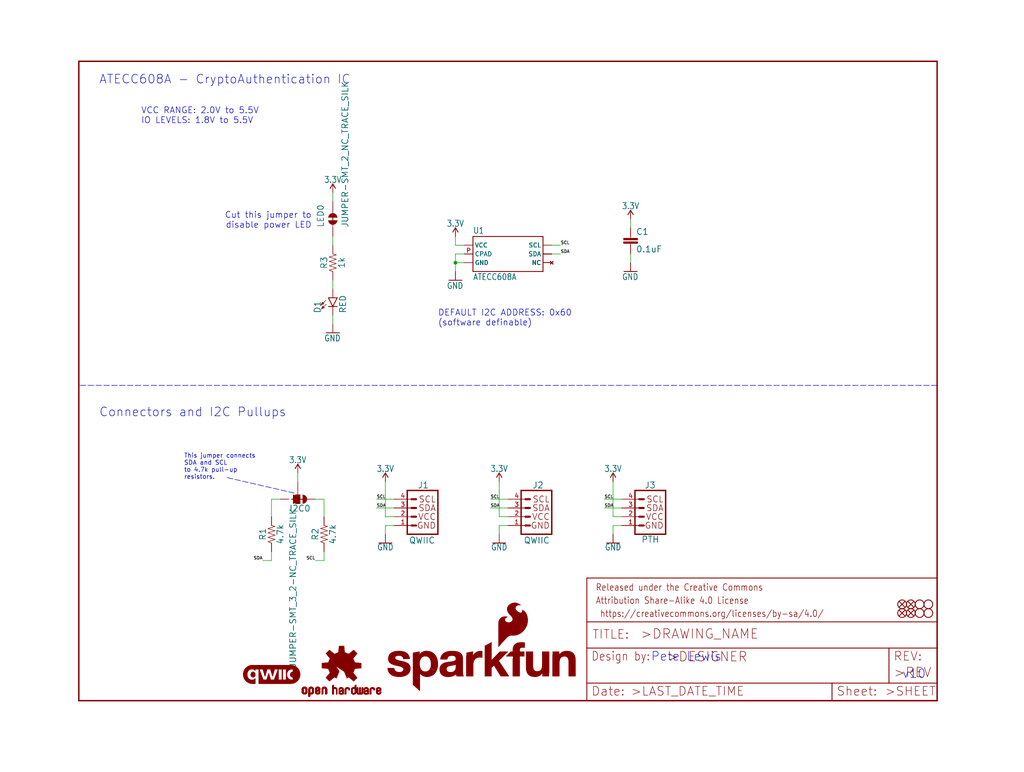
<source format=kicad_sch>
(kicad_sch (version 20211123) (generator eeschema)
  (paper "User" 297.002 223.926)
  (lib_symbols
    (symbol "schematicEagle-eagle-import:0.1UF-0603-25V-(+80{slash}-20%)"
      (property "Reference" "C" (at 1.524 2.921 0))
      (property "Value" "0.1UF-0603-25V-(+80{slash}-20%)" (at 1.524 -2.159 0))
      (symbol "0.1UF-0603-25V-(+80{slash}-20%)_1_0"
        (pin passive line (at 0 5.08 270) (length 2.54) (name "1") (number "1"))
        (pin passive line (at 0 -2.54 90) (length 2.54) (name "2") (number "2"))
      )
    )
    (symbol "schematicEagle-eagle-import:1KOHM-0603-1{slash}10W-1%"
      (property "Reference" "R" (at 0 1.524 0))
      (property "Value" "1KOHM-0603-1{slash}10W-1%" (at 0 -1.524 0))
      (symbol "1KOHM-0603-1{slash}10W-1%_1_0"
        (pin passive line (at -5.08 0 0) (length 2.54) (name "1") (number "1"))
        (pin passive line (at 5.08 0 180) (length 2.54) (name "2") (number "2"))
      )
    )
    (symbol "schematicEagle-eagle-import:3.3V" (power)
      (property "Value" "3.3V" (at 0 2.794 0))
      (symbol "3.3V_1_0"
        (pin power_in line (at 0 0 90) (length 2.54) (name "3.3V") (number "1"))
      )
    )
    (symbol "schematicEagle-eagle-import:4.7KOHM-0603-1{slash}10W-1%"
      (property "Reference" "R" (at 0 1.524 0))
      (property "Value" "4.7KOHM-0603-1{slash}10W-1%" (at 0 -1.524 0))
      (symbol "4.7KOHM-0603-1{slash}10W-1%_1_0"
        (pin passive line (at -5.08 0 0) (length 2.54) (name "1") (number "1"))
        (pin passive line (at 5.08 0 180) (length 2.54) (name "2") (number "2"))
      )
    )
    (symbol "schematicEagle-eagle-import:ATECC608ADUAL_PACKAGE_UDFN_SOIC-8"
      (property "Reference" "ECC" (at -10.16 5.842 0))
      (property "Value" "ATECC608ADUAL_PACKAGE_UDFN_SOIC-8" (at -10.16 -7.62 0))
      (symbol "ATECC608ADUAL_PACKAGE_UDFN_SOIC-8_1_0"
        (pin no_connect line (at 12.7 -2.54 180) (length 2.54) (name "NC") (number "1"))
        (pin no_connect line (at 12.7 -2.54 180) (length 2.54) (name "NC") (number "1S"))
        (pin no_connect line (at 12.7 -2.54 180) (length 2.54) (name "NC") (number "2"))
        (pin no_connect line (at 12.7 -2.54 180) (length 2.54) (name "NC") (number "2S"))
        (pin no_connect line (at 12.7 -2.54 180) (length 2.54) (name "NC") (number "3"))
        (pin no_connect line (at 12.7 -2.54 180) (length 2.54) (name "NC") (number "3S"))
        (pin power_in line (at -12.7 -2.54 0) (length 2.54) (name "GND") (number "4"))
        (pin power_in line (at -12.7 -2.54 0) (length 2.54) (name "GND") (number "4S"))
        (pin bidirectional line (at 12.7 0 180) (length 2.54) (name "SDA") (number "5"))
        (pin bidirectional line (at 12.7 0 180) (length 2.54) (name "SDA") (number "5S"))
        (pin bidirectional line (at 12.7 2.54 180) (length 2.54) (name "SCL") (number "6"))
        (pin bidirectional line (at 12.7 2.54 180) (length 2.54) (name "SCL") (number "6S"))
        (pin no_connect line (at 12.7 -2.54 180) (length 2.54) (name "NC") (number "7"))
        (pin no_connect line (at 12.7 -2.54 180) (length 2.54) (name "NC") (number "7S"))
        (pin power_in line (at -12.7 2.54 0) (length 2.54) (name "VCC") (number "8"))
        (pin power_in line (at -12.7 2.54 0) (length 2.54) (name "VCC") (number "8S"))
        (pin power_in line (at -12.7 0 0) (length 2.54) (name "CPAD") (number "P"))
      )
    )
    (symbol "schematicEagle-eagle-import:FIDUCIAL1X2")
    (symbol "schematicEagle-eagle-import:FRAME-LETTER"
      (symbol "FRAME-LETTER_2_0"
        (text " https://creativecommons.org/licenses/by-sa/4.0/" (at 2.54 24.13 0) (effects (font (size 1.9304 1.6408)) (justify left bottom)))
        (text ">DESIGNER" (at 23.114 11.176 0) (effects (font (size 2.7432 2.7432)) (justify left bottom)))
        (text ">DRAWING_NAME" (at 15.494 17.78 0) (effects (font (size 2.7432 2.7432)) (justify left bottom)))
        (text ">LAST_DATE_TIME" (at 12.7 1.27 0) (effects (font (size 2.54 2.54)) (justify left bottom)))
        (text ">REV" (at 88.9 6.604 0) (effects (font (size 2.7432 2.7432)) (justify left bottom)))
        (text ">SHEET" (at 86.36 1.27 0) (effects (font (size 2.54 2.54)) (justify left bottom)))
        (text "Attribution Share-Alike 4.0 License" (at 2.54 27.94 0) (effects (font (size 1.9304 1.6408)) (justify left bottom)))
        (text "Date:" (at 1.27 1.27 0) (effects (font (size 2.54 2.54)) (justify left bottom)))
        (text "Design by:" (at 1.27 11.43 0) (effects (font (size 2.54 2.159)) (justify left bottom)))
        (text "Released under the Creative Commons" (at 2.54 31.75 0) (effects (font (size 1.9304 1.6408)) (justify left bottom)))
        (text "REV:" (at 88.9 11.43 0) (effects (font (size 2.54 2.54)) (justify left bottom)))
        (text "Sheet:" (at 72.39 1.27 0) (effects (font (size 2.54 2.54)) (justify left bottom)))
        (text "TITLE:" (at 1.524 17.78 0) (effects (font (size 2.54 2.54)) (justify left bottom)))
      )
    )
    (symbol "schematicEagle-eagle-import:GND" (power)
      (property "Value" "GND" (at 0 -0.254 0))
      (symbol "GND_1_0"
        (pin power_in line (at 0 2.54 270) (length 2.54) (name "GND") (number "1"))
      )
    )
    (symbol "schematicEagle-eagle-import:I2C_STANDARDQWIIC"
      (property "Reference" "J" (at -5.08 7.874 0))
      (property "Value" "I2C_STANDARDQWIIC" (at -5.08 -5.334 0))
      (symbol "I2C_STANDARDQWIIC_1_0"
        (text "GND" (at -4.572 -2.54 0) (effects (font (size 1.778 1.778)) (justify left)))
        (text "SCL" (at -4.572 5.08 0) (effects (font (size 1.778 1.778)) (justify left)))
        (text "SDA" (at -4.572 2.54 0) (effects (font (size 1.778 1.778)) (justify left)))
        (text "VCC" (at -4.572 0 0) (effects (font (size 1.778 1.778)) (justify left)))
        (pin power_in line (at 7.62 -2.54 180) (length 5.08) (name "1") (number "1"))
        (pin power_in line (at 7.62 0 180) (length 5.08) (name "2") (number "2"))
        (pin passive line (at 7.62 2.54 180) (length 5.08) (name "3") (number "3"))
        (pin passive line (at 7.62 5.08 180) (length 5.08) (name "4") (number "4"))
      )
    )
    (symbol "schematicEagle-eagle-import:I2C_STANDARD_NO_SILK"
      (property "Reference" "J" (at -5.08 7.874 0))
      (property "Value" "I2C_STANDARD_NO_SILK" (at -5.08 -5.334 0))
      (symbol "I2C_STANDARD_NO_SILK_1_0"
        (text "GND" (at -4.572 -2.54 0) (effects (font (size 1.778 1.778)) (justify left)))
        (text "SCL" (at -4.572 5.08 0) (effects (font (size 1.778 1.778)) (justify left)))
        (text "SDA" (at -4.572 2.54 0) (effects (font (size 1.778 1.778)) (justify left)))
        (text "VCC" (at -4.572 0 0) (effects (font (size 1.778 1.778)) (justify left)))
        (pin power_in line (at 7.62 -2.54 180) (length 5.08) (name "1") (number "1"))
        (pin power_in line (at 7.62 0 180) (length 5.08) (name "2") (number "2"))
        (pin passive line (at 7.62 2.54 180) (length 5.08) (name "3") (number "3"))
        (pin passive line (at 7.62 5.08 180) (length 5.08) (name "4") (number "4"))
      )
    )
    (symbol "schematicEagle-eagle-import:JUMPER-SMT_2_NC_TRACE_SILK"
      (property "Reference" "JP" (at -2.54 2.54 0))
      (property "Value" "JUMPER-SMT_2_NC_TRACE_SILK" (at -2.54 -2.54 0))
      (symbol "JUMPER-SMT_2_NC_TRACE_SILK_1_0"
        (pin passive line (at -5.08 0 0) (length 2.54) (name "1") (number "1"))
        (pin passive line (at 5.08 0 180) (length 2.54) (name "2") (number "2"))
      )
    )
    (symbol "schematicEagle-eagle-import:JUMPER-SMT_3_2-NC_TRACE_SILK"
      (property "Reference" "JP" (at 2.54 0.381 0))
      (property "Value" "JUMPER-SMT_3_2-NC_TRACE_SILK" (at 2.54 -0.381 0))
      (symbol "JUMPER-SMT_3_2-NC_TRACE_SILK_1_0"
        (pin passive line (at 0 5.08 270) (length 2.54) (name "1") (number "1"))
        (pin passive line (at -5.08 0 0) (length 2.54) (name "2") (number "2"))
        (pin passive line (at 0 -5.08 90) (length 2.54) (name "3") (number "3"))
      )
    )
    (symbol "schematicEagle-eagle-import:LED-RED0603"
      (property "Reference" "D" (at -3.429 -4.572 90))
      (property "Value" "LED-RED0603" (at 1.905 -4.572 90))
      (symbol "LED-RED0603_1_0"
        (pin passive line (at 0 2.54 270) (length 2.54) (name "A") (number "A"))
        (pin passive line (at 0 -5.08 90) (length 2.54) (name "C") (number "C"))
      )
    )
    (symbol "schematicEagle-eagle-import:OSHW-LOGOS")
    (symbol "schematicEagle-eagle-import:QWIIC_LOGO_4MM")
    (symbol "schematicEagle-eagle-import:SFE_LOGO_NAME_FLAME.1_INCH")
    (symbol "schematicEagle-eagle-import:STAND-OFF")
  )
  (junction (at 132.08 76.2))
  (wire (pts (xy 147.32 147.32) (xy 142.24 147.32)))
  (polyline (pts (xy 85.344 143.002) (xy 65.532 138.43)))
  (wire (pts (xy 93.98 144.78) (xy 91.44 144.78)))
  (wire (pts (xy 96.52 55.88) (xy 96.52 58.42)))
  (wire (pts (xy 93.98 149.86) (xy 93.98 144.78)))
  (wire (pts (xy 134.62 71.12) (xy 132.08 71.12)))
  (wire (pts (xy 78.74 144.78) (xy 81.28 144.78)))
  (wire (pts (xy 160.02 73.66) (xy 162.56 73.66)))
  (wire (pts (xy 144.78 152.4) (xy 144.78 154.94)))
  (wire (pts (xy 177.8 152.4) (xy 177.8 154.94)))
  (wire (pts (xy 111.76 152.4) (xy 111.76 154.94)))
  (wire (pts (xy 180.34 149.86) (xy 177.8 149.86)))
  (wire (pts (xy 114.3 147.32) (xy 109.22 147.32)))
  (wire (pts (xy 96.52 91.44) (xy 96.52 93.98)))
  (wire (pts (xy 180.34 144.78) (xy 175.26 144.78)))
  (wire (pts (xy 160.02 71.12) (xy 162.56 71.12)))
  (wire (pts (xy 114.3 144.78) (xy 109.22 144.78)))
  (wire (pts (xy 144.78 149.86) (xy 144.78 139.7)))
  (wire (pts (xy 86.36 137.16) (xy 86.36 139.7)))
  (wire (pts (xy 177.8 149.86) (xy 177.8 139.7)))
  (wire (pts (xy 180.34 152.4) (xy 177.8 152.4)))
  (wire (pts (xy 76.2 162.56) (xy 78.74 162.56)))
  (wire (pts (xy 111.76 149.86) (xy 111.76 139.7)))
  (wire (pts (xy 114.3 152.4) (xy 111.76 152.4)))
  (wire (pts (xy 93.98 162.56) (xy 91.44 162.56)))
  (wire (pts (xy 132.08 76.2) (xy 132.08 78.74)))
  (wire (pts (xy 182.88 76.2) (xy 182.88 73.66)))
  (wire (pts (xy 147.32 152.4) (xy 144.78 152.4)))
  (polyline (pts (xy 271.78 111.76) (xy 22.86 111.76)))
  (wire (pts (xy 134.62 76.2) (xy 132.08 76.2)))
  (wire (pts (xy 147.32 149.86) (xy 144.78 149.86)))
  (wire (pts (xy 96.52 68.58) (xy 96.52 71.12)))
  (wire (pts (xy 78.74 149.86) (xy 78.74 144.78)))
  (wire (pts (xy 132.08 73.66) (xy 132.08 76.2)))
  (wire (pts (xy 132.08 71.12) (xy 132.08 68.58)))
  (wire (pts (xy 147.32 144.78) (xy 142.24 144.78)))
  (wire (pts (xy 180.34 147.32) (xy 175.26 147.32)))
  (wire (pts (xy 134.62 73.66) (xy 132.08 73.66)))
  (wire (pts (xy 93.98 160.02) (xy 93.98 162.56)))
  (wire (pts (xy 78.74 160.02) (xy 78.74 162.56)))
  (wire (pts (xy 182.88 66.04) (xy 182.88 63.5)))
  (wire (pts (xy 96.52 81.28) (xy 96.52 83.82)))
  (wire (pts (xy 114.3 149.86) (xy 111.76 149.86)))
  (text "v10" (at 261.62 195.58 180) (effects (font (size 2.54 2.54)) (justify left)))
  (text "Connectors and I2C Pullups" (at 28.702 121.158 180) (effects (font (size 2.54 2.54)) (justify left bottom)))
  (text "Pete Lewis" (at 188.722 192.024 180) (effects (font (size 2.54 2.54)) (justify left bottom)))
  (text "VCC RANGE: 2.0V to 5.5V\nIO LEVELS: 1.8V to 5.5V" (at 40.894 36.068 180) (effects (font (size 1.778 1.778)) (justify left bottom)))
  (text "ATECC608A - CryptoAuthentication IC" (at 28.702 24.638 180) (effects (font (size 2.54 2.54)) (justify left bottom)))
  (text "This jumper connects\nSDA and SCL\nto 4.7k pull-up\nresistors." (at 53.34 135.382 0) (effects (font (size 1.27 1.27)) (justify left)))
  (text "DEFAULT I2C ADDRESS: 0x60\n(software definable)" (at 127 94.742 180) (effects (font (size 1.778 1.778)) (justify left bottom)))
  (text "Cut this jumper to\ndisable power LED" (at 90.424 61.468 180) (effects (font (size 1.778 1.778)) (justify right top)))
  (label "SDA" (at 76.2 162.56 180) (effects (font (size 0.889 0.889))))
  (label "SDA" (at 109.22 147.32 0) (effects (font (size 0.889 0.889))))
  (label "SCL" (at 142.24 144.78 0) (effects (font (size 0.889 0.889))))
  (label "SCL" (at 162.56 71.12 0) (effects (font (size 0.889 0.889))))
  (label "SCL" (at 91.44 162.56 180) (effects (font (size 0.889 0.889))))
  (label "SCL" (at 109.22 144.78 0) (effects (font (size 0.889 0.889))))
  (label "SDA" (at 175.26 147.32 0) (effects (font (size 0.889 0.889))))
  (label "SDA" (at 142.24 147.32 0) (effects (font (size 0.889 0.889))))
  (label "SCL" (at 175.26 144.78 0) (effects (font (size 0.889 0.889))))
  (label "SDA" (at 162.56 73.66 0) (effects (font (size 0.889 0.889))))
  (symbol (lib_id "schematicEagle-eagle-import:1KOHM-0603-1{slash}10W-1%") (at 96.52 76.2 90) (unit 1)
    (property "Reference" "R3" (at 94.996 76.2 0) (effects (font (size 1.778 1.778)) (justify bottom)))
    (property "Value" "1k" (at 98.044 76.2 0) (effects (font (size 1.778 1.778)) (justify top)))
    (property "Footprint" "schematicEagle:0603" (effects hide))
  )
  (symbol (lib_id "schematicEagle-eagle-import:3.3V") (at 177.8 139.7 0) (mirror y) (unit 1)
    (property "Reference" "#SUPPLY1" (effects hide))
    (property "Value" "3.3V" (at 177.8 136.906 0) (effects (font (size 1.778 1.5113)) (justify bottom)))
    (property "Footprint" "schematicEagle:" (effects hide))
  )
  (symbol (lib_id "schematicEagle-eagle-import:JUMPER-SMT_3_2-NC_TRACE_SILK") (at 86.36 144.78 270) (unit 1)
    (property "Reference" "I2C0" (at 83.82 148.463 90) (effects (font (size 1.778 1.778)) (justify left bottom)))
    (property "Value" "JUMPER-SMT_3_2-NC_TRACE_SILK" (at 85.979 147.32 0) (effects (font (size 1.778 1.778)) (justify left top)))
    (property "Footprint" "schematicEagle:SMT-JUMPER_3_2-NC_TRACE_SILK" (effects hide))
  )
  (symbol (lib_id "schematicEagle-eagle-import:3.3V") (at 86.36 137.16 0) (unit 1)
    (property "Reference" "#SUPPLY18" (effects hide))
    (property "Value" "3.3V" (at 86.36 134.366 0) (effects (font (size 1.778 1.5113)) (justify bottom)))
    (property "Footprint" "schematicEagle:" (effects hide))
  )
  (symbol (lib_id "schematicEagle-eagle-import:3.3V") (at 144.78 139.7 0) (mirror y) (unit 1)
    (property "Reference" "#SUPPLY4" (effects hide))
    (property "Value" "3.3V" (at 144.78 136.906 0) (effects (font (size 1.778 1.5113)) (justify bottom)))
    (property "Footprint" "schematicEagle:" (effects hide))
  )
  (symbol (lib_id "schematicEagle-eagle-import:FIDUCIAL1X2") (at 261.62 175.26 0) (unit 1)
    (property "Reference" "FD2" (effects hide))
    (property "Value" "FIDUCIAL1X2" (effects hide))
    (property "Footprint" "schematicEagle:FIDUCIAL-1X2" (effects hide))
  )
  (symbol (lib_id "schematicEagle-eagle-import:ATECC608ADUAL_PACKAGE_UDFN_SOIC-8") (at 147.32 73.66 0) (unit 1)
    (property "Reference" "U1" (at 137.16 67.818 0) (effects (font (size 1.778 1.5113)) (justify left bottom)))
    (property "Value" "ATECC608A" (at 137.16 81.28 0) (effects (font (size 1.778 1.5113)) (justify left bottom)))
    (property "Footprint" "schematicEagle:DUAL_UDFN_2X3MM_SOIC-8" (effects hide))
  )
  (symbol (lib_id "schematicEagle-eagle-import:I2C_STANDARDQWIIC") (at 154.94 149.86 0) (mirror y) (unit 1)
    (property "Reference" "J2" (at 157.734 141.732 0) (effects (font (size 1.778 1.778)) (justify left bottom)))
    (property "Value" "QWIIC" (at 159.512 155.702 0) (effects (font (size 1.778 1.778)) (justify left top)))
    (property "Footprint" "schematicEagle:JST04_1MM_RA" (effects hide))
  )
  (symbol (lib_id "schematicEagle-eagle-import:GND") (at 132.08 81.28 0) (unit 1)
    (property "Reference" "#GND8" (effects hide))
    (property "Value" "GND" (at 129.54 83.82 0) (effects (font (size 1.778 1.5113)) (justify left bottom)))
    (property "Footprint" "schematicEagle:" (effects hide))
  )
  (symbol (lib_id "schematicEagle-eagle-import:FIDUCIAL1X2") (at 264.16 175.26 0) (unit 1)
    (property "Reference" "FD3" (effects hide))
    (property "Value" "FIDUCIAL1X2" (effects hide))
    (property "Footprint" "schematicEagle:FIDUCIAL-1X2" (effects hide))
  )
  (symbol (lib_id "schematicEagle-eagle-import:4.7KOHM-0603-1{slash}10W-1%") (at 93.98 154.94 90) (unit 1)
    (property "Reference" "R2" (at 92.456 154.94 0) (effects (font (size 1.778 1.778)) (justify bottom)))
    (property "Value" "4.7k" (at 95.504 154.94 0) (effects (font (size 1.778 1.778)) (justify top)))
    (property "Footprint" "schematicEagle:0603" (effects hide))
  )
  (symbol (lib_id "schematicEagle-eagle-import:GND") (at 96.52 96.52 0) (unit 1)
    (property "Reference" "#GND3" (effects hide))
    (property "Value" "GND" (at 93.98 99.06 0) (effects (font (size 1.778 1.5113)) (justify left bottom)))
    (property "Footprint" "schematicEagle:" (effects hide))
  )
  (symbol (lib_id "schematicEagle-eagle-import:STAND-OFF") (at 266.7 177.8 0) (unit 1)
    (property "Reference" "H2" (effects hide))
    (property "Value" "STAND-OFF" (effects hide))
    (property "Footprint" "schematicEagle:STAND-OFF" (effects hide))
  )
  (symbol (lib_id "schematicEagle-eagle-import:4.7KOHM-0603-1{slash}10W-1%") (at 78.74 154.94 90) (unit 1)
    (property "Reference" "R1" (at 77.216 154.94 0) (effects (font (size 1.778 1.778)) (justify bottom)))
    (property "Value" "4.7k" (at 80.264 154.94 0) (effects (font (size 1.778 1.778)) (justify top)))
    (property "Footprint" "schematicEagle:0603" (effects hide))
  )
  (symbol (lib_id "schematicEagle-eagle-import:SFE_LOGO_NAME_FLAME.1_INCH") (at 111.76 200.66 0) (unit 1)
    (property "Reference" "LOGO1" (effects hide))
    (property "Value" "SFE_LOGO_NAME_FLAME.1_INCH" (effects hide))
    (property "Footprint" "schematicEagle:SFE_LOGO_NAME_FLAME_.1" (effects hide))
  )
  (symbol (lib_id "schematicEagle-eagle-import:LED-RED0603") (at 96.52 86.36 0) (unit 1)
    (property "Reference" "D1" (at 93.091 90.932 90) (effects (font (size 1.778 1.778)) (justify left bottom)))
    (property "Value" "RED" (at 98.425 90.932 90) (effects (font (size 1.778 1.778)) (justify left top)))
    (property "Footprint" "schematicEagle:LED-0603" (effects hide))
  )
  (symbol (lib_id "schematicEagle-eagle-import:3.3V") (at 132.08 68.58 0) (unit 1)
    (property "Reference" "#SUPPLY10" (effects hide))
    (property "Value" "3.3V" (at 132.08 65.786 0) (effects (font (size 1.778 1.5113)) (justify bottom)))
    (property "Footprint" "schematicEagle:" (effects hide))
  )
  (symbol (lib_id "schematicEagle-eagle-import:GND") (at 144.78 157.48 0) (mirror y) (unit 1)
    (property "Reference" "#GND1" (effects hide))
    (property "Value" "GND" (at 144.78 157.734 0) (effects (font (size 1.778 1.5113)) (justify top)))
    (property "Footprint" "schematicEagle:" (effects hide))
  )
  (symbol (lib_id "schematicEagle-eagle-import:GND") (at 177.8 157.48 0) (mirror y) (unit 1)
    (property "Reference" "#GND4" (effects hide))
    (property "Value" "GND" (at 177.8 157.734 0) (effects (font (size 1.778 1.5113)) (justify top)))
    (property "Footprint" "schematicEagle:" (effects hide))
  )
  (symbol (lib_id "schematicEagle-eagle-import:GND") (at 111.76 157.48 0) (mirror y) (unit 1)
    (property "Reference" "#GND18" (effects hide))
    (property "Value" "GND" (at 111.76 157.734 0) (effects (font (size 1.778 1.5113)) (justify top)))
    (property "Footprint" "schematicEagle:" (effects hide))
  )
  (symbol (lib_id "schematicEagle-eagle-import:STAND-OFF") (at 266.7 175.26 0) (unit 1)
    (property "Reference" "H1" (effects hide))
    (property "Value" "STAND-OFF" (effects hide))
    (property "Footprint" "schematicEagle:STAND-OFF" (effects hide))
  )
  (symbol (lib_id "schematicEagle-eagle-import:FRAME-LETTER") (at 22.86 203.2 0) (unit 1)
    (property "Reference" "FRAME1" (effects hide))
    (property "Value" "FRAME-LETTER" (effects hide))
    (property "Footprint" "schematicEagle:CREATIVE_COMMONS" (effects hide))
  )
  (symbol (lib_id "schematicEagle-eagle-import:I2C_STANDARD_NO_SILK") (at 187.96 149.86 0) (mirror y) (unit 1)
    (property "Reference" "J3" (at 190.246 141.732 0) (effects (font (size 1.778 1.778)) (justify left bottom)))
    (property "Value" "PTH" (at 191.262 155.448 0) (effects (font (size 1.778 1.778)) (justify left top)))
    (property "Footprint" "schematicEagle:1X04_NO_SILK" (effects hide))
  )
  (symbol (lib_id "schematicEagle-eagle-import:3.3V") (at 96.52 55.88 0) (unit 1)
    (property "Reference" "#SUPPLY6" (effects hide))
    (property "Value" "3.3V" (at 96.52 53.086 0) (effects (font (size 1.778 1.5113)) (justify bottom)))
    (property "Footprint" "schematicEagle:" (effects hide))
  )
  (symbol (lib_id "schematicEagle-eagle-import:0.1UF-0603-25V-(+80{slash}-20%)") (at 182.88 71.12 0) (unit 1)
    (property "Reference" "C1" (at 184.404 68.199 0) (effects (font (size 1.778 1.778)) (justify left bottom)))
    (property "Value" "0.1uF" (at 184.404 73.279 0) (effects (font (size 1.778 1.778)) (justify left bottom)))
    (property "Footprint" "schematicEagle:0603" (effects hide))
  )
  (symbol (lib_id "schematicEagle-eagle-import:FIDUCIAL1X2") (at 264.16 177.8 0) (unit 1)
    (property "Reference" "FD4" (effects hide))
    (property "Value" "FIDUCIAL1X2" (effects hide))
    (property "Footprint" "schematicEagle:FIDUCIAL-1X2" (effects hide))
  )
  (symbol (lib_id "schematicEagle-eagle-import:FRAME-LETTER") (at 170.18 203.2 0) (unit 2)
    (property "Reference" "FRAME1" (effects hide))
    (property "Value" "FRAME-LETTER" (effects hide))
    (property "Footprint" "schematicEagle:CREATIVE_COMMONS" (effects hide))
  )
  (symbol (lib_id "schematicEagle-eagle-import:FIDUCIAL1X2") (at 261.62 177.8 0) (unit 1)
    (property "Reference" "FD1" (effects hide))
    (property "Value" "FIDUCIAL1X2" (effects hide))
    (property "Footprint" "schematicEagle:FIDUCIAL-1X2" (effects hide))
  )
  (symbol (lib_id "schematicEagle-eagle-import:I2C_STANDARDQWIIC") (at 121.92 149.86 0) (mirror y) (unit 1)
    (property "Reference" "J1" (at 124.46 141.732 0) (effects (font (size 1.778 1.778)) (justify left bottom)))
    (property "Value" "QWIIC" (at 126.238 155.702 0) (effects (font (size 1.778 1.778)) (justify left top)))
    (property "Footprint" "schematicEagle:JST04_1MM_RA" (effects hide))
  )
  (symbol (lib_id "schematicEagle-eagle-import:STAND-OFF") (at 269.24 175.26 0) (unit 1)
    (property "Reference" "H3" (effects hide))
    (property "Value" "STAND-OFF" (effects hide))
    (property "Footprint" "schematicEagle:STAND-OFF" (effects hide))
  )
  (symbol (lib_id "schematicEagle-eagle-import:QWIIC_LOGO_4MM") (at 78.74 195.58 0) (unit 1)
    (property "Reference" "LOGO3" (effects hide))
    (property "Value" "QWIIC_LOGO_4MM" (effects hide))
    (property "Footprint" "schematicEagle:QWIIC_4MM" (effects hide))
  )
  (symbol (lib_id "schematicEagle-eagle-import:JUMPER-SMT_2_NC_TRACE_SILK") (at 96.52 63.5 90) (unit 1)
    (property "Reference" "LED0" (at 93.98 66.04 0) (effects (font (size 1.778 1.778)) (justify left bottom)))
    (property "Value" "JUMPER-SMT_2_NC_TRACE_SILK" (at 99.06 66.04 0) (effects (font (size 1.778 1.778)) (justify left top)))
    (property "Footprint" "schematicEagle:SMT-JUMPER_2_NC_TRACE_SILK" (effects hide))
  )
  (symbol (lib_id "schematicEagle-eagle-import:STAND-OFF") (at 269.24 177.8 0) (unit 1)
    (property "Reference" "H4" (effects hide))
    (property "Value" "STAND-OFF" (effects hide))
    (property "Footprint" "schematicEagle:STAND-OFF" (effects hide))
  )
  (symbol (lib_id "schematicEagle-eagle-import:3.3V") (at 182.88 63.5 0) (unit 1)
    (property "Reference" "#SUPPLY14" (effects hide))
    (property "Value" "3.3V" (at 182.88 60.706 0) (effects (font (size 1.778 1.5113)) (justify bottom)))
    (property "Footprint" "schematicEagle:" (effects hide))
  )
  (symbol (lib_id "schematicEagle-eagle-import:3.3V") (at 111.76 139.7 0) (mirror y) (unit 1)
    (property "Reference" "#SUPPLY21" (effects hide))
    (property "Value" "3.3V" (at 111.76 136.906 0) (effects (font (size 1.778 1.5113)) (justify bottom)))
    (property "Footprint" "schematicEagle:" (effects hide))
  )
  (symbol (lib_id "schematicEagle-eagle-import:OSHW-LOGOS") (at 99.06 193.04 0) (unit 1)
    (property "Reference" "LOGO4" (effects hide))
    (property "Value" "OSHW-LOGOS" (effects hide))
    (property "Footprint" "schematicEagle:OSHW-LOGO-S" (effects hide))
  )
  (symbol (lib_id "schematicEagle-eagle-import:GND") (at 182.88 78.74 0) (unit 1)
    (property "Reference" "#GND9" (effects hide))
    (property "Value" "GND" (at 180.34 81.28 0) (effects (font (size 1.778 1.5113)) (justify left bottom)))
    (property "Footprint" "schematicEagle:" (effects hide))
  )
)
</source>
